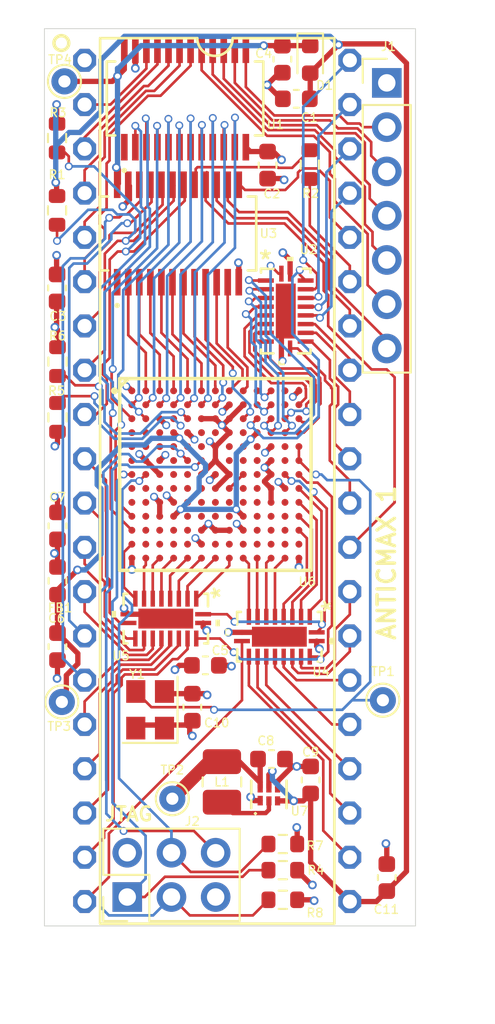
<source format=kicad_pcb>
(kicad_pcb
	(version 20241229)
	(generator "pcbnew")
	(generator_version "9.0")
	(general
		(thickness 1.6)
		(legacy_teardrops no)
	)
	(paper "A4")
	(layers
		(0 "F.Cu" signal)
		(4 "In1.Cu" signal)
		(6 "In2.Cu" signal)
		(2 "B.Cu" signal)
		(13 "F.Paste" user)
		(15 "B.Paste" user)
		(5 "F.SilkS" user "F.Silkscreen")
		(7 "B.SilkS" user "B.Silkscreen")
		(1 "F.Mask" user)
		(3 "B.Mask" user)
		(25 "Edge.Cuts" user)
		(27 "Margin" user)
		(31 "F.CrtYd" user "F.Courtyard")
		(29 "B.CrtYd" user "B.Courtyard")
		(35 "F.Fab" user)
		(33 "B.Fab" user)
	)
	(setup
		(stackup
			(layer "F.SilkS"
				(type "Top Silk Screen")
			)
			(layer "F.Paste"
				(type "Top Solder Paste")
			)
			(layer "F.Mask"
				(type "Top Solder Mask")
				(thickness 0.01)
			)
			(layer "F.Cu"
				(type "copper")
				(thickness 0.035)
			)
			(layer "dielectric 1"
				(type "prepreg")
				(thickness 0.1)
				(material "FR4")
				(epsilon_r 4.5)
				(loss_tangent 0.02)
			)
			(layer "In1.Cu"
				(type "copper")
				(thickness 0.035)
			)
			(layer "dielectric 2"
				(type "core")
				(thickness 1.24)
				(material "FR4")
				(epsilon_r 4.5)
				(loss_tangent 0.02)
			)
			(layer "In2.Cu"
				(type "copper")
				(thickness 0.035)
			)
			(layer "dielectric 3"
				(type "prepreg")
				(thickness 0.1)
				(material "FR4")
				(epsilon_r 4.5)
				(loss_tangent 0.02)
			)
			(layer "B.Cu"
				(type "copper")
				(thickness 0.035)
			)
			(layer "B.Mask"
				(type "Bottom Solder Mask")
				(thickness 0.01)
			)
			(layer "B.Paste"
				(type "Bottom Solder Paste")
			)
			(layer "B.SilkS"
				(type "Bottom Silk Screen")
			)
			(copper_finish "None")
			(dielectric_constraints no)
		)
		(pad_to_mask_clearance 0)
		(allow_soldermask_bridges_in_footprints no)
		(tenting front back)
		(pcbplotparams
			(layerselection 0x00000000_00000000_55555555_5755f5ff)
			(plot_on_all_layers_selection 0x00000000_00000000_00000000_00000000)
			(disableapertmacros no)
			(usegerberextensions no)
			(usegerberattributes yes)
			(usegerberadvancedattributes yes)
			(creategerberjobfile yes)
			(dashed_line_dash_ratio 12.000000)
			(dashed_line_gap_ratio 3.000000)
			(svgprecision 4)
			(plotframeref no)
			(mode 1)
			(useauxorigin no)
			(hpglpennumber 1)
			(hpglpenspeed 20)
			(hpglpendiameter 15.000000)
			(pdf_front_fp_property_popups yes)
			(pdf_back_fp_property_popups yes)
			(pdf_metadata yes)
			(pdf_single_document no)
			(dxfpolygonmode yes)
			(dxfimperialunits yes)
			(dxfusepcbnewfont yes)
			(psnegative no)
			(psa4output no)
			(plot_black_and_white yes)
			(sketchpadsonfab no)
			(plotpadnumbers no)
			(hidednponfab no)
			(sketchdnponfab yes)
			(crossoutdnponfab yes)
			(subtractmaskfromsilk yes)
			(outputformat 4)
			(mirror no)
			(drillshape 0)
			(scaleselection 1)
			(outputdirectory "")
		)
	)
	(net 0 "")
	(net 1 "GND")
	(net 2 "/FPGA/TDI")
	(net 3 "+3.3V")
	(net 4 "/FPGA/TCK")
	(net 5 "/FPGA/TMS")
	(net 6 "Net-(U7-SW)")
	(net 7 "Net-(U6-NSTATUS)")
	(net 8 "/FPGA/OSC_CLOCK")
	(net 9 "+5V")
	(net 10 "+3.3VA")
	(net 11 "Net-(U6-CONF_DONE)")
	(net 12 "unconnected-(U3-NC-Pad1)")
	(net 13 "unconnected-(U6-BB$7-PadK5)")
	(net 14 "unconnected-(U6-IO_UNUSED-PadE1)")
	(net 15 "unconnected-(U6-BB$13-PadL10)")
	(net 16 "unconnected-(U6-B$23-PadM13)")
	(net 17 "unconnected-(U6-IO_UNUSED-PadE1)_1")
	(net 18 "unconnected-(U6-B$8-PadM5)")
	(net 19 "unconnected-(U6-NC-PadD3)")
	(net 20 "unconnected-(U6-CLK1-PadH4)")
	(net 21 "unconnected-(U6-BB$14-PadK11)")
	(net 22 "unconnected-(U6-BB$16-PadK12)")
	(net 23 "unconnected-(U6-T$16-PadA10)")
	(net 24 "unconnected-(U6-IO_UNUSED-PadE1)_2")
	(net 25 "unconnected-(U6-BB$10-PadK7)")
	(net 26 "unconnected-(U6-NC-PadE2)")
	(net 27 "unconnected-(U6-B$17-PadM10)")
	(net 28 "unconnected-(U6-IO_UNUSED-PadE1)_3")
	(net 29 "unconnected-(U6-IO_UNUSED-PadE1)_4")
	(net 30 "unconnected-(U6-B$19-PadM11)")
	(net 31 "unconnected-(U6-IO_UNUSED-PadE1)_5")
	(net 32 "unconnected-(U6-IO_UNUSED-PadE1)_6")
	(net 33 "unconnected-(U6-T$20-PadA12)")
	(net 34 "unconnected-(U6-IO_UNUSED-PadE1)_7")
	(net 35 "/FPGA/TDO")
	(net 36 "unconnected-(U6-IO_UNUSED-PadE1)_8")
	(net 37 "unconnected-(U6-CLK0-PadH6)")
	(net 38 "unconnected-(U6-BB$21-PadJ6)")
	(net 39 "unconnected-(U6-IO_UNUSED-PadE1)_9")
	(net 40 "unconnected-(U6-B$21-PadM12)")
	(net 41 "unconnected-(U6-BB$22-PadJ7)")
	(net 42 "unconnected-(U6-JTAG_EN-PadE5)")
	(net 43 "unconnected-(U6-BB$6-PadL4)")
	(net 44 "unconnected-(U6-IO_UNUSED-PadE1)_10")
	(net 45 "unconnected-(U6-IO_UNUSED-PadE1)_11")
	(net 46 "unconnected-(U6-TB$2-PadD1)")
	(net 47 "unconnected-(U6-BB$20-PadJ5)")
	(net 48 "unconnected-(U6-B$13-PadM8)")
	(net 49 "unconnected-(U6-CRC_ERROR-PadD6)")
	(net 50 "unconnected-(U6-BB$12-PadK10)")
	(net 51 "unconnected-(U6-NC-PadD2)")
	(net 52 "unconnected-(U6-BB$15-PadL11)")
	(net 53 "unconnected-(U6-IO_UNUSED-PadE1)_12")
	(net 54 "unconnected-(U6-IO_UNUSED-PadE1)_13")
	(net 55 "unconnected-(U6-BB$11-PadK8)")
	(net 56 "unconnected-(U6-IO_UNUSED-PadE1)_14")
	(net 57 "unconnected-(U6-CONFIG_SEL-PadD7)")
	(net 58 "unconnected-(U6-T$21-PadB12)")
	(net 59 "unconnected-(U6-IO_UNUSED-PadE1)_15")
	(net 60 "unconnected-(U6-IO_UNUSED-PadE1)_16")
	(net 61 "unconnected-(U6-TB$5-PadD9)")
	(net 62 "unconnected-(U6-IO_UNUSED-PadE1)_17")
	(net 63 "unconnected-(U6-IO_UNUSED-PadE1)_18")
	(net 64 "unconnected-(U6-B$4-PadM3)")
	(net 65 "unconnected-(U6-IO_UNUSED-PadE1)_19")
	(net 66 "unconnected-(U6-IO_UNUSED-PadE1)_20")
	(net 67 "unconnected-(U6-B$11-PadM7)")
	(net 68 "unconnected-(U6-IO_UNUSED-PadE1)_21")
	(net 69 "unconnected-(U1-NC-Pad1)")
	(net 70 "/Bus drivers/FPGA.A1")
	(net 71 "/Bus drivers/EXT.A1")
	(net 72 "/Bus drivers/FPGA.A5")
	(net 73 "/Bus drivers/EXT.A3")
	(net 74 "/Bus drivers/EXT.A6")
	(net 75 "/Bus drivers/FPGA.A4")
	(net 76 "/Bus drivers/FPGA.A0")
	(net 77 "/Bus drivers/FPGA.A7")
	(net 78 "/Bus drivers/FPGA.A6")
	(net 79 "/Bus drivers/EXT.A4")
	(net 80 "/Bus drivers/EXT.A0")
	(net 81 "/Bus drivers/FPGA.A2")
	(net 82 "/Bus drivers/FPGA.A3")
	(net 83 "/Bus drivers/EXT.A5")
	(net 84 "/Bus drivers/EXT.A2")
	(net 85 "/Bus drivers/EXT.A7")
	(net 86 "/Bus drivers/A_OE_N")
	(net 87 "/Bus drivers/A_DIR")
	(net 88 "/Bus drivers/FPGA.A11")
	(net 89 "/Bus drivers/EXT.A13")
	(net 90 "/Bus drivers/FPGA.A13")
	(net 91 "/Bus drivers/EXT.A9")
	(net 92 "/Bus drivers/FPGA.A9")
	(net 93 "/Bus drivers/FPGA.A8")
	(net 94 "/Bus drivers/EXT.A15")
	(net 95 "/Bus drivers/FPGA.A15")
	(net 96 "/Bus drivers/FPGA.A14")
	(net 97 "/Bus drivers/FPGA.A10")
	(net 98 "/Bus drivers/EXT.A11")
	(net 99 "/Bus drivers/EXT.A8")
	(net 100 "/Bus drivers/FPGA.A12")
	(net 101 "/Bus drivers/EXT.A14")
	(net 102 "/Bus drivers/EXT.A12")
	(net 103 "/Bus drivers/EXT.A10")
	(net 104 "/Bus drivers/EXT.D6")
	(net 105 "/Bus drivers/D_DIR")
	(net 106 "/Bus drivers/FPGA.D3")
	(net 107 "/Bus drivers/FPGA.D4")
	(net 108 "/Bus drivers/EXT.D1")
	(net 109 "/Bus drivers/EXT.D2")
	(net 110 "/Bus drivers/FPGA.D7")
	(net 111 "/Bus drivers/FPGA.D2")
	(net 112 "/Bus drivers/EXT.D3")
	(net 113 "/Bus drivers/FPGA.D5")
	(net 114 "/Bus drivers/EXT.D0")
	(net 115 "/Bus drivers/FPGA.D1")
	(net 116 "/Bus drivers/EXT.D4")
	(net 117 "/Bus drivers/FPGA.D0")
	(net 118 "/Bus drivers/EXT.D5")
	(net 119 "/Bus drivers/D_OE_N")
	(net 120 "/Bus drivers/FPGA.D6")
	(net 121 "/Bus drivers/EXT.D7")
	(net 122 "unconnected-(U6-B$15-PadM9)")
	(net 123 "+4V3")
	(net 124 "/antic_pins/EXT.C5")
	(net 125 "/antic_pins/EXT.C2")
	(net 126 "/antic_pins/EXT.C0")
	(net 127 "/antic_pins/EXT.C9")
	(net 128 "/antic_pins/EXT.C10")
	(net 129 "/antic_pins/EXT.C7")
	(net 130 "/antic_pins/EXT.C6")
	(net 131 "/antic_pins/EXT.C4")
	(net 132 "/antic_pins/EXT.C11")
	(net 133 "/antic_pins/EXT.C3")
	(net 134 "/antic_pins/EXT.C1")
	(net 135 "/antic_pins/EXT.C8")
	(net 136 "/antic_pins/EXT.C14")
	(net 137 "/antic_pins/EXT.C12")
	(net 138 "/antic_pins/EXT.C19")
	(net 139 "/antic_pins/EXT.C18")
	(net 140 "/antic_pins/EXT.C15")
	(net 141 "/antic_pins/EXT.C16")
	(net 142 "/antic_pins/EXT.C17")
	(net 143 "/antic_pins/EXT.C13")
	(net 144 "/level shifters/FPGA.C4")
	(net 145 "/level shifters/FPGA.C7")
	(net 146 "/level shifters/FPGA.C8")
	(net 147 "/level shifters/FPGA.C2")
	(net 148 "/level shifters/FPGA.C0")
	(net 149 "/level shifters/FPGA.C5")
	(net 150 "/level shifters/FPGA.C6")
	(net 151 "/level shifters/FPGA.C9")
	(net 152 "/level shifters/FPGA.C1")
	(net 153 "/level shifters/FPGA.C3")
	(net 154 "/level shifters/FPGA.C13")
	(net 155 "/level shifters/FPGA.C11")
	(net 156 "/level shifters/FPGA.C15")
	(net 157 "/level shifters/FPGA.C10")
	(net 158 "/level shifters/FPGA.C18")
	(net 159 "/level shifters/FPGA.C14")
	(net 160 "/level shifters/FPGA.C16")
	(net 161 "/level shifters/FPGA.C17")
	(net 162 "/level shifters/FPGA.C12")
	(net 163 "/level shifters/FPGA.C19")
	(net 164 "unconnected-(U6-IO_UNUSED-PadE1)_22")
	(net 165 "unconnected-(U6-IO_UNUSED-PadE1)_23")
	(net 166 "unconnected-(U6-BB$8-PadL5)")
	(net 167 "unconnected-(U6-B$6-PadM4)")
	(net 168 "Net-(U6-CLK2)")
	(net 169 "unconnected-(U6-B$2-PadM2)")
	(net 170 "unconnected-(U6-BB$17-PadL12)")
	(net 171 "unconnected-(U6-BB$5-PadL3)")
	(net 172 "unconnected-(U6-BB$3-PadK2)")
	(net 173 "unconnected-(U6-BB$27-PadJ12)")
	(net 174 "unconnected-(U6-IO_UNUSED-PadE1)_24")
	(net 175 "unconnected-(U6-BB$4-PadL2)")
	(net 176 "unconnected-(U6-IO_UNUSED-PadE1)_25")
	(net 177 "unconnected-(U6-T$17-PadB10)")
	(net 178 "unconnected-(U6-BB$23-PadJ8)")
	(net 179 "unconnected-(U6-BB$9-PadK6)")
	(net 180 "unconnected-(U6-IO_UNUSED-PadE1)_26")
	(net 181 "Net-(IC1-Pad35)")
	(footprint "Diode_SMD:D_0603_1608Metric" (layer "F.Cu") (at 32.725 21.8875 -90))
	(footprint "Inductor_SMD:L_1008_2520Metric_Pad1.43x2.20mm_HandSolder" (layer "F.Cu") (at 27.65 63.3375 90))
	(footprint "Capacitor_SMD:C_0603_1608Metric" (layer "F.Cu") (at 32.75 63.225 90))
	(footprint "Capacitor_SMD:C_0603_1608Metric" (layer "F.Cu") (at 30.5 62.025))
	(footprint "Capacitor_SMD:C_0603_1608Metric" (layer "F.Cu") (at 26.7 56.65))
	(footprint "Resistor_SMD:R_0603_1608Metric" (layer "F.Cu") (at 18.175 30.55 -90))
	(footprint "TestPoint:TestPoint_THTPad_D1.5mm_Drill0.7mm" (layer "F.Cu") (at 24.8 64.3))
	(footprint "TestPoint:TestPoint_THTPad_D1.5mm_Drill0.7mm" (layer "F.Cu") (at 18.45 58.75))
	(footprint "TestPoint:TestPoint_THTPad_D1.5mm_Drill0.7mm" (layer "F.Cu") (at 18.6 23.15))
	(footprint "Oscillator:Oscillator_SMD_Abracon_ASE-4Pin_3.2x2.5mm" (layer "F.Cu") (at 23.525 59.2 90))
	(footprint "Inductor_SMD:L_0603_1608Metric" (layer "F.Cu") (at 18.2 51.8 -90))
	(footprint "Capacitor_SMD:C_0603_1608Metric" (layer "F.Cu") (at 18.175 35 90))
	(footprint "Resistor_SMD:R_0603_1608Metric" (layer "F.Cu") (at 31.15 70.1 180))
	(footprint "Resistor_SMD:R_0603_1608Metric" (layer "F.Cu") (at 31.15 68.4 180))
	(footprint "Connector_PinHeader_2.54mm:PinHeader_1x07_P2.54mm_Vertical" (layer "F.Cu") (at 37.125 23.235))
	(footprint "Connector_PinHeader_2.54mm:PinHeader_2x03_P2.54mm_Vertical" (layer "F.Cu") (at 22.21 69.94 90))
	(footprint "Capacitor_SMD:C_0603_1608Metric" (layer "F.Cu") (at 31.925 24.15 180))
	(footprint "74lvc245a:SOT764-1_NXP" (layer "F.Cu") (at 30.95 55.007 -90))
	(footprint "Resistor_SMD:R_0603_1608Metric" (layer "F.Cu") (at 18.175 26.4 -90))
	(footprint "Capacitor_SMD:C_0603_1608Metric" (layer "F.Cu") (at 30.275 27.95 90))
	(footprint "74lvc245a:SOT764-1_NXP" (layer "F.Cu") (at 31.318 36.325001))
	(footprint "TestPoint:TestPoint_THTPad_D1.5mm_Drill0.7mm" (layer "F.Cu") (at 36.9 58.65))
	(footprint "max10:DRY6" (layer "F.Cu") (at 30.35 64.055 90))
	(footprint "Resistor_SMD:R_0603_1608Metric" (layer "F.Cu") (at 18.2 42.425 90))
	(footprint "Capacitor_SMD:C_0603_1608Metric" (layer "F.Cu") (at 18.2 55.575 -90))
	(footprint "Resistor_SMD:R_0603_1608Metric" (layer "F.Cu") (at 32.7 27.925 90))
	(footprint "Capacitor_SMD:C_0603_1608Metric" (layer "F.Cu") (at 31.125 21.875 -90))
	(footprint "Resistor_SMD:R_0603_1608Metric" (layer "F.Cu") (at 18.2 39.225 -90))
	(footprint "ic-package:DIL40"
		(layer "F.Cu")
		(uuid "df5608cc-3c06-4939-865d-bced5b30e04f")
		(at 27.38 46.07 -90)
		(descr "Dual In Line Package")
		(property "Reference" "IC1"
			(at 6.18 -2.67 0)
			(unlocked yes)
			(layer "F.SilkS")
			(hide yes)
			(uuid "e612bc86-0a01-4638-8588-eba2557c3e18")
			(effects
				(font
					(size 0.5 0.5)
					(thickness 0.08)
					(bold yes)
				)
				(justify left bottom)
			)
		)
		(property "Value" "~"
			(at -17.145 1.016 270)
			(unlocked yes)
			(layer "F.Fab")
			(uuid "695c073f-a1f4-44f5-b473-c2fedf194907")
			(effects
				(font
					(size 1.63576 1.63576)
					(thickness 0.14224)
				)
				(justify left bottom)
			)
		)
		(property "Datasheet" ""
			(at 0 0 90)
			(layer "F.Fab")
			(hide yes)
			(uuid "117d3d0e-a413-468f-b170-e47933d00875")
			(effects
				(font
					(size 1.27 1.27)
					(thickness 0.15)
				)
			)
		)
		(property "Description" "Dual In Line"
			(at 0 0 90)
			(layer "F.Fab")
			(hide yes)
			(uuid "2dc31964-e2f5-43b3-888e-b8cfb35357b8")
			(effects
				(font
					(size 1.27 1.27)
					(thickness 0.15)
				)
			)
		)
		(path "/473fb442-f6a6-4f3e-b077-9a313beb11d5/d5327166-d644-4d22-98c6-cc2344b07b65")
		(sheetname "/antic_pins/")
		(sheetfile "antic_pins.kicad_sch")
		(fp_line
			(start -25.4 6.731)
			(end 25.4 6.731)
			(stroke
				(width 0.1524)
				(type solid)
			)
			(layer "F.SilkS")
			(uuid "f6e69ddc-b03e-44c0-9961-82273dff7c0d")
		)
		(fp_line
			(start -25.4 6.731)
			(end -25.4 1.143)
			(stroke
				(width 0.1524)
				(type solid)
			)
			(layer "F.SilkS")
			(uuid "7a804ca6-9cfa-4c63-b57c-ba0ad5305441")
		)
		(fp_line
			(start -25.4 -6.731)
			(end -25.4 -0.889)
			(stroke
				(width 0.1524)
				(type solid)
			)
			(layer "F.SilkS")
			(uuid "0955e9b3-ddb2-4f19-9da3-716d78bac006")
		)
		(fp_line
			(start 25.4 -6.731)
			(end 25.4 6.731)
			(stroke
				(width 0.1524)
				(type solid)
			)
			(layer "F.SilkS")
			(uuid "a38d46b5-e65f-483e-8bca-b101054f9f45")
		)
		(fp_line
			(start 25.4 -6.731)
			(end -25.4 -6.731)
			(stroke
				(width 0.1524)
				(type solid)
			)
			(layer "F.SilkS")
			(uuid "fa563170-dc0f-479a-86be-e7be3d12bc8b")
		)
		(fp_arc
			(start -25.4 -0.889)
			(mid -24.384 0.127)
			(end -25.4 1.143)
			(stroke
				(width 0.1524)
				(type solid)
			)
			(layer "F.SilkS")
			(uuid "29511daa-fa44-4269-ac51-d3a6fa763a54")
		)
		(pad "1" thru_hole roundrect
			(at -24.13 7.62)
			(size 1.3208 1.3208)
			(drill 0.8128)
			(layers "*.Cu" "*.Mask")
			(remove_unused_layers no)
			(roundrect_rratio 0.25)
			(chamfer_ratio 0.2928932188)
			(chamfer top_left top_right bottom_left bottom_right)
			(net 1 "GND")
			(pinfunction "1")
			(pintype "passive")
			(solder_mask_margin 0.1016)
			(thermal_bridge_angle 0)
			(uuid "d5cf7bc7-5d5e-44d7-90e2-7772acb6b417")
		)
		(pad "2" thru_hole roundrect
			(at -21.59 7.62)
			(size 1.3208 1.3208)
			(drill 0.8128)
			(layers "*.Cu" "*.Mask")
			(remove_unused_layers no)
			(roundrect_rratio 0.25)
			(chamfer_ratio 0.2928932188)
			(chamfer top_left top_right bottom_left bottom_right)
			(net 126 "/antic_pins/EXT.C0")
			(pinfunction "2")
			(pintype "passive")
			(solder_mask_margin 0.1016)
			(thermal_bridge_angle 0)
			(uuid "179ae20b-7df8-43ce-9718-c3812796e097")
		)
		(pad "3" thru_hole roundrect
			(at -19.05 7.62)
			(size 1.3208 1.3208)
			(drill 0.8128)
			(layers "*.Cu" "*.Mask")
			(remove_unused_layers no)
			(roundrect_rratio 0.25)
			(chamfer_ratio 0.2928932188)
			(chamfer top_left top_right bottom_left bottom_right)
			(net 134 "/antic_pins/EXT.C1")
			(pinfunction "3")
			(pintype "passive")
			(solder_mask_margin 0.1016)
			(thermal_bridge_angle 0)
			(uuid "d9770028-83f7-49df-bb2f-0b332e1b8630")
		)
		(pad "4" thru_hole roundrect
			(at -16.51 7.62)
			(size 1.3208 1.3208)
			(drill 0.8128)
			(layers "*.Cu" "*.Mask")
			(remove_unused_layers no)
			(roundrect_rratio 0.25)
			(chamfer_ratio 0.2928932188)
			(chamfer top_left top_right bottom_left bottom_right)
			(net 125 "/antic_pins/EXT.C2")
			(pinfunction "4")
			(pintype "passive")
			(solder_mask_margin 0.1016)
			(thermal_bridge_angle 0)
			(uuid "139f536c-8565-4b3b-b01a-c74454749a15")
		)
		(pad "5" thru_hole roundrect
			(at -13.97 7.62)
			(size 1.3208 1.3208)
			(drill 0.8128)
			(layers "*.Cu" "*.Mask")
			(remove_unused_layers no)
			(roundrect_rratio 0.25)
			(chamfer_ratio 0.2928932188)
			(chamfer top_left top_right bottom_left bottom_right)
			(net 133 "/antic_pins/EXT.C3")
			(pinfunction "5")
			(pintype "passive")
			(solder_mask_margin 0.1016)
			(thermal_bridge_angle 0)
			(uuid "c1b5c82b-4747-46ca-9e05-797bac4fe70d")
		)
		(pad "6" thru_hole roundrect
			(at -11.43 7.62)
			(size 1.3208 1.3208)
			(drill 0.8128)
			(layers "*.Cu" "*.Mask")
			(remove_unused_layers no)
			(roundrect_rratio 0.25)
			(chamfer_ratio 0.2928932188)
			(chamfer top_left top_right bottom_left bottom_right)
			(net 131 "/antic_pins/EXT.C4")
			(pinfunction "6")
			(pintype "passive")
			(solder_mask_margin 0.1016)
			(thermal_bridge_angle 0)
			(uuid "93b1f90e-6ada-4417-9793-ee5e57d42883")
		)
		(pad "7" thru_hole roundrect
			(at -8.89 7.62)
			(size 1.3208 1.3208)
			(drill 0.8128)
			(layers "*.Cu" "*.Mask")
			(remove_unused_layers no)
			(roundrect_rratio 0.25)
			(chamfer_ratio 0.2928932188)
			(chamfer top_left top_right bottom_left bottom_right)
			(net 124 "/antic_pins/EXT.C5")
			(pinfunction "7")
			(pintype "passive")
			(solder_mask_margin 0.1016)
			(thermal_bridge_angle 0)
			(uuid "088ec968-f1cf-4028-b55d-ef4da4b31ca8")
		)
		(pad "8" thru_hole roundrect
			(at -6.35 7.62)
			(size 1.3208 1.3208)
			(drill 0.8128)
			(layers "*.Cu" "*.Mask")
			(remove_unused_layers no)
			(roundrect_rratio 0.25)
			(chamfer_ratio 0.2928932188)
			(chamfer top_left top_right bottom_left bottom_right)
			(net 130 "/antic_pins/EXT.C6")
			(pinfunction "8")
			(pintype "passive")
			(solder_mask_margin 0.1016)
			(thermal_bridge_angle 0)
			(uuid "70206a90-06fc-48a3-9236-d5f15bc0d8d4")
		)
		(pad "9" thru_hole roundrect
			(at -3.81 7.62)
			(size 1.3208 1.3208)
			(drill 0.8128)
			(layers "*.Cu" "*.Mask")
			(remove_unused_layers no)
			(roundrect_rratio 0.25)
			(chamfer_ratio 0.2928932188)
			(chamfer top_left top_right bottom_left bottom_right)
			(net 129 "/antic_pins/EXT.C7")
			(pinfunction "9")
			(pintype "passive")
			(solder_mask_margin 0.1016)
			(thermal_bridge_angle 0)
			(uuid "6e3fe3c2-e9da-4939-8be9-ced3b787cf25")
		)
		(pad "10" thru_hole roundrect
			(at -1.27 7.62)
			(size 1.3208 1.3208)
			(drill 0.8128)
			(layers "*.Cu" "*.Mask")
			(remove_unused_layers no)
			(roundrect_rratio 0.25)
			(chamfer_ratio 0.2928932188)
			(chamfer top_left top_right bottom_left bottom_right)
			(net 73 "/Bus drivers/EXT.A3")
			(pinfunction "10")
			(pintype "passive")
			(solder_mask_margin 0.1016)
			(thermal_bridge_angle 0)
			(uuid "627181ff-debf-4f32-946d-69c04491fa40")
		)
		(pad "11" thru_hole roundrect
			(at 1.27 7.62)
			(size 1.3208 1.3208)
			(drill 0.8128)
			(layers "*.Cu" "*.Mask")
			(remove_unused_layers no)
			(roundrect_rratio 0.25)
			(chamfer_ratio 0.2928932188)
			(chamfer top_left top_right bottom_left bottom_right)
			(net 84 "/Bus drivers/EXT.A2")
			(pinfunction "11")
			(pintype "passive")
			(solder_mask_margin 0.1016)
			(thermal_bridge_angle 0)
			(uuid "be843732-df84-49b8-859a-ce7b9b3b7381")
		)
		(pad "12" thru_hole roundrect
			(at 3.81 7.62)
			(size 1.3208 1.3208)
			(drill 0.8128)
			(layers "*.Cu" "*.Mask")
			(remove_unused_layers no)
			(roundrect_rratio 0.25)
			(chamfer_ratio 0.2928932188)
			(chamfer top_left top_right bottom_left bottom_right)
			(net 71 "/Bus drivers/EXT.A1")
			(pinfunction "12")
			(pintype "passive")
			(solder_mask_margin 0.1016)
			(thermal_bridge_angle 0)
			(uuid "0051795f-7b30-42ad-b0e0-17555d91a322")
		)
		(pad "13" thru_hole roundrect
			(at 6.35 7.62)
			(size 1.3208 1.3208)
			(drill 0.8128)
			(layers "*.Cu" "*.Mask")
			(remove_unused_layers no)
			(roundrect_rratio 0.25)
			(chamfer_ratio 0.2928932188)
			(chamfer top_left top_right bottom_left bottom_right)
			(net 80 "/Bus drivers/EXT.A0")
			(pinfunction "13")
			(pintype "passive")
			(solder_mask_margin 0.1016)
			(thermal_bridge_angle 0)
			(uuid "54ac8b1f-d4cf-47b5-8aca-4d4b850275ad")
		)
		(pad "14" thru_hole roundrect
			(at 8.89 7.62)
			(size 1.3208 1.3208)
			(drill 0.8128)
			(layers "*.Cu" "*.Mask")
			(remove_unused_layers no)
			(roundrect_rratio 0.25)
			(chamfer_ratio 0.2928932188)
			(chamfer top_left top_right bottom_left bottom_right)
			(net 135 "/antic_pins/EXT.C8")
			(pinfunction "14")
			(pintype "passive")
			(solder_mask_margin 0.1016)
			(thermal_bridge_angle 0)
			(uuid "9a65b6e4-bf52-42ac-a4a8-e9647462f61d")
		)
		(pad "15" thru_hole roundrect
			(at 11.43 7.62)
			(size 1.3208 1.3208)
			(drill 0.8128)
			(layers "*.Cu" "*.Mask")
			(remove_unused_layers no)
			(roundrect_rratio 0.25)
			(chamfer_ratio 0.2928932188)
			(chamfer top_left top_right bottom_left bottom_right)
			(net 127 "/antic_pins/EXT.C9")
			(pinfunction "15")
			(pintype "passive")
			(solder_mask_margin 0.1016)
			(thermal_bridge_angle 0)
			(uuid "a6ab898e-3dd6-48f2-b233-e3e1956b25af")
		)
		(pad "16" thru_hole roundrect
			(at 13.97 7.62)
			(size 1.3208 1.3208)
			(drill 0.8128)
			(layers "*.Cu" "*.Mask")
			(remove_unused_layers no)
			(roundrect_rratio 0.25)
			(chamfer_ratio 0.2928932188)
			(chamfer top_left top_right bottom_left bottom_right)
			(net 103 "/Bus drivers/EXT.A10")
			(pinfunction "16")
			(pintype "passive")
			(solder_mask_margin 0.1016)
			(thermal_bridge_angle 0)
			(uuid "ffba9b75-75a1-4461-bc07-6933bf796761")
		)
		(pad "17" thru_hole roundrect
			(at 16.51 7.62)
			(size 1.3208 1.3208)
			(drill 0.8128)
			(layers "*.Cu" "*.Mask")
			(remove_unused_layers no)
			(roundrect_rratio 0.25)
			(chamfer_ratio 0.2928932188)
			(chamfer top_left top_right bottom_left bottom_right)
			(net 102 "/Bus drivers/EXT.A12")
			(pinfunction "17")
			(pintype "passive")
			(solder_mask_margin 0.1016)
			(thermal_bridge_angle 0)
			(uuid "08ed43b2-0cd3-4e5a-8bb4-7342b90c469d")
		)
		(pad "18" thru_hole roundrect
			(at 19.05 7.62)
			(size 1.3208 1.3208)
			(drill 0.8128)
			(layers "*.Cu" "*.Mask")
			(remove_unused_layers no)
			(roundrect_rratio 0.25)
			(chamfer_ratio 0.2928932188)
			(chamfer top_left top_right bottom_left bottom_right)
			(net 89 "/Bus drivers/EXT.A13")
			(pinfunction "18")
			(pintype "passive")
			(solder_mask_margin 0.1016)
			(thermal_bridge_angle 0)
			(uuid "999e2cc7-5ee5-49de-a2a9-8f4a82772e5b")
		)
		(pad "19" thru_hole roundrect
			(at 21.59 7.62)
			(size 1.3208 1.3208)
			(drill 0.8128)
			(layers "*.Cu" "*.Mask")
			(remove_unused_layers no)
			(roundrect_rratio 0.25)
			(chamfer_ratio 0.2928932188)
			(chamfer top_left top_right bottom_left bottom_right)
			(net 101 "/Bus drivers/EXT.A14")
			(pinfunction "19")
			(pintype "passive")
			(solder_mask_margin 0.1016)
			(thermal_bridge_angle 0)
			(uuid "1decd99c-2734-4878-9a76-1785467a172e")
		)
		(pad "20" thru_hole roundrect
			(at 24.13 7.62)
			(size 1.3208 1.3208)
			(drill 0.8128)
			(layers "*.Cu" "*.Mask")
			(remove_unused_layers no)
			(roundrect_rratio 0.25)
			(chamfer_ratio 0.2928932188)
			(chamfer top_left top_right bottom_left bottom_right)
			(net 94 "/Bus drivers/EXT.A15")
			(pinfunction "20")
			(pintype "passive")
			(solder_mask_margin 0.1016)
			(thermal_bridge_angle 0)
			(uuid "debd1804-8fb4-47bf-bbfe-0cd516732015")
		)
		(pad "21" thru_hole roundrect
			(at 24.13 -7.62)
			(size 1.3208 1.3208)
			(drill 0.8128)
			(layers "*.Cu" "*.Mask")
			(remove_unused_layers no)
			(roundrect_rratio 0.25)
			(chamfer_ratio 0.2928932188)
			(chamfer top_left top_right bottom_left bottom_right)
			(net 9 "+5V")
			(pinfunction "21")
			(pintype "passive")
			(solder_mask_margin 0.1016)
			(thermal_bridge_angle 0)
			(uuid "bc4999ee-7dd1-4418-9e22-6ccb9b44c7d0")
		)
		(pad "22" thru_hole roundrect
			(at 21.59 -7.62)
			(size 1.3208 1.3208)
			(drill 0.8128)
			(layers "*.Cu" "*.Mask")
			(remove_unused_layers no)
			(roundrect_rratio 0.25)
			(chamfer_ratio 0.2928932188)
			(chamfer top_left top_right bottom_left bottom_right)
			(net 98 "/Bus drivers/EXT.A11")
			(pinfunction "22")
			(pintype "passive")
			(solder_mask_margin 0.1016)
			(thermal_bridge_angle 0)
			(uuid "f9e931df-95b8-4891-b753-abaedb04c594")
		)
		(pad "23" thru_hole roundrect
			(at 19.05 -7.62)
			(size 1.3208 1.3208)
			(drill 0.8128)
			(layers "*.Cu" "*.Mask")
			(remove_unused_layers no)
			(roundrect_rratio 0.25)
			(chamfer_ratio 0.2928932188)
			(chamfer top_left top_right bottom_left bottom_right)
			(net 91 "/Bus drivers/EXT.A9")
			(pinfunction "23")
			(pintype "passive")
			(solder_mask_margin 0.1016)
			(thermal_bridge_angle 0)
			(uuid "0e33ceeb-ef9e-48f2-8af0-dcb77889c31d")
		)
		(pad "24" thru_hole roundrect
			(at 16.51 -7.62)
			(size 1.3208 1.3208)
			(drill 0.8128)
			(lay
... [564629 chars truncated]
</source>
